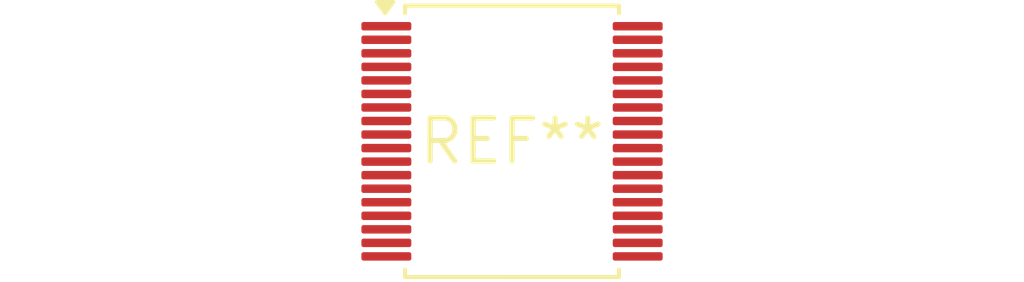
<source format=kicad_pcb>
(kicad_pcb (version 20240108) (generator pcbnew)
  (layers (0 "F.Cu" signal) (31 "B.Cu" signal) (34 "B.Paste" user) (35 "F.Paste" user) (36 "B.SilkS" user "B.Silkscreen") (37 "F.SilkS" user "F.Silkscreen") (38 "B.Mask" user) (39 "F.Mask" user) (44 "Edge.Cuts" user))
  (net 0 "")
  (footprint "TSSOP-36_6.1x7.8mm_P0.4mm" (layer "F.Cu") (at 0 0)
    (property "Reference" "REF**")
    (property "Value" "TSSOP-36_6.1x7.8mm_P0.4mm")
    (fp_line (start -3.16 -4.01) (end -3.16 -3.785) (layer "F.SilkS") (stroke (width 0.12)))
    (fp_line (start -3.16 4.01) (end -3.16 3.785) (layer "F.SilkS") (stroke (width 0.12)))
    (fp_line (start 0 -4.01) (end -3.16 -4.01) (layer "F.SilkS") (stroke (width 0.12)))
    (fp_line (start 0 -4.01) (end 3.16 -4.01) (layer "F.SilkS") (stroke (width 0.12)))
    (fp_line (start 0 4.01) (end -3.16 4.01) (layer "F.SilkS") (stroke (width 0.12)))
    (fp_line (start 0 4.01) (end 3.16 4.01) (layer "F.SilkS") (stroke (width 0.12)))
    (fp_line (start 3.16 -4.01) (end 3.16 -3.785) (layer "F.SilkS") (stroke (width 0.12)))
    (fp_line (start 3.16 4.01) (end 3.16 3.785) (layer "F.SilkS") (stroke (width 0.12)))
    (fp_poly (pts (xy -3.75 -3.785) (xy -3.99 -4.115) (xy -3.51 -4.115) (xy -3.75 -3.785)) (layer "F.SilkS") (stroke (width 0.12)) (fill solid))
    (pad "1" smd roundrect (at -3.7125 -3.4) (size 1.475 0.25) (layers "F.Cu" "F.Paste" "F.Mask"))
    (pad "2" smd roundrect (at -3.7125 -3) (size 1.475 0.25) (layers "F.Cu" "F.Paste" "F.Mask"))
    (pad "3" smd roundrect (at -3.7125 -2.6) (size 1.475 0.25) (layers "F.Cu" "F.Paste" "F.Mask"))
    (pad "4" smd roundrect (at -3.7125 -2.2) (size 1.475 0.25) (layers "F.Cu" "F.Paste" "F.Mask"))
    (pad "5" smd roundrect (at -3.7125 -1.8) (size 1.475 0.25) (layers "F.Cu" "F.Paste" "F.Mask"))
    (pad "6" smd roundrect (at -3.7125 -1.4) (size 1.475 0.25) (layers "F.Cu" "F.Paste" "F.Mask"))
    (pad "7" smd roundrect (at -3.7125 -1) (size 1.475 0.25) (layers "F.Cu" "F.Paste" "F.Mask"))
    (pad "8" smd roundrect (at -3.7125 -0.6) (size 1.475 0.25) (layers "F.Cu" "F.Paste" "F.Mask"))
    (pad "9" smd roundrect (at -3.7125 -0.2) (size 1.475 0.25) (layers "F.Cu" "F.Paste" "F.Mask"))
    (pad "10" smd roundrect (at -3.7125 0.2) (size 1.475 0.25) (layers "F.Cu" "F.Paste" "F.Mask"))
    (pad "11" smd roundrect (at -3.7125 0.6) (size 1.475 0.25) (layers "F.Cu" "F.Paste" "F.Mask"))
    (pad "12" smd roundrect (at -3.7125 1) (size 1.475 0.25) (layers "F.Cu" "F.Paste" "F.Mask"))
    (pad "13" smd roundrect (at -3.7125 1.4) (size 1.475 0.25) (layers "F.Cu" "F.Paste" "F.Mask"))
    (pad "14" smd roundrect (at -3.7125 1.8) (size 1.475 0.25) (layers "F.Cu" "F.Paste" "F.Mask"))
    (pad "15" smd roundrect (at -3.7125 2.2) (size 1.475 0.25) (layers "F.Cu" "F.Paste" "F.Mask"))
    (pad "16" smd roundrect (at -3.7125 2.6) (size 1.475 0.25) (layers "F.Cu" "F.Paste" "F.Mask"))
    (pad "17" smd roundrect (at -3.7125 3) (size 1.475 0.25) (layers "F.Cu" "F.Paste" "F.Mask"))
    (pad "18" smd roundrect (at -3.7125 3.4) (size 1.475 0.25) (layers "F.Cu" "F.Paste" "F.Mask"))
    (pad "19" smd roundrect (at 3.7125 3.4) (size 1.475 0.25) (layers "F.Cu" "F.Paste" "F.Mask"))
    (pad "20" smd roundrect (at 3.7125 3) (size 1.475 0.25) (layers "F.Cu" "F.Paste" "F.Mask"))
    (pad "21" smd roundrect (at 3.7125 2.6) (size 1.475 0.25) (layers "F.Cu" "F.Paste" "F.Mask"))
    (pad "22" smd roundrect (at 3.7125 2.2) (size 1.475 0.25) (layers "F.Cu" "F.Paste" "F.Mask"))
    (pad "23" smd roundrect (at 3.7125 1.8) (size 1.475 0.25) (layers "F.Cu" "F.Paste" "F.Mask"))
    (pad "24" smd roundrect (at 3.7125 1.4) (size 1.475 0.25) (layers "F.Cu" "F.Paste" "F.Mask"))
    (pad "25" smd roundrect (at 3.7125 1) (size 1.475 0.25) (layers "F.Cu" "F.Paste" "F.Mask"))
    (pad "26" smd roundrect (at 3.7125 0.6) (size 1.475 0.25) (layers "F.Cu" "F.Paste" "F.Mask"))
    (pad "27" smd roundrect (at 3.7125 0.2) (size 1.475 0.25) (layers "F.Cu" "F.Paste" "F.Mask"))
    (pad "28" smd roundrect (at 3.7125 -0.2) (size 1.475 0.25) (layers "F.Cu" "F.Paste" "F.Mask"))
    (pad "29" smd roundrect (at 3.7125 -0.6) (size 1.475 0.25) (layers "F.Cu" "F.Paste" "F.Mask"))
    (pad "30" smd roundrect (at 3.7125 -1) (size 1.475 0.25) (layers "F.Cu" "F.Paste" "F.Mask"))
    (pad "31" smd roundrect (at 3.7125 -1.4) (size 1.475 0.25) (layers "F.Cu" "F.Paste" "F.Mask"))
    (pad "32" smd roundrect (at 3.7125 -1.8) (size 1.475 0.25) (layers "F.Cu" "F.Paste" "F.Mask"))
    (pad "33" smd roundrect (at 3.7125 -2.2) (size 1.475 0.25) (layers "F.Cu" "F.Paste" "F.Mask"))
    (pad "34" smd roundrect (at 3.7125 -2.6) (size 1.475 0.25) (layers "F.Cu" "F.Paste" "F.Mask"))
    (pad "35" smd roundrect (at 3.7125 -3) (size 1.475 0.25) (layers "F.Cu" "F.Paste" "F.Mask"))
    (pad "36" smd roundrect (at 3.7125 -3.4) (size 1.475 0.25) (layers "F.Cu" "F.Paste" "F.Mask"))
  )
)
</source>
